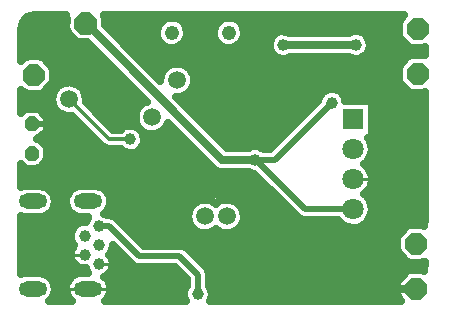
<source format=gbl>
G04 DipTrace 2.3.0.1*
%INBot_cop.gbr*%
%MOMM*%
%ADD10C,0.25*%
%ADD15C,0.7*%
%ADD16C,0.5*%
%ADD17C,0.3*%
%ADD18C,0.2*%
%ADD21C,0.635*%
%ADD24R,1.8X1.8*%
%ADD25C,1.8*%
%ADD26C,1.5*%
%ADD27C,1.0*%
%ADD28O,2.4X1.3*%
%ADD34C,1.219*%
%ADD35C,1.0*%
%FSLAX53Y53*%
G04*
G71*
G90*
G75*
G01*
%LNBottom*%
%LPD*%
X30759Y22826D2*
D15*
X27953D1*
X16376Y34403D1*
X30759Y22826D2*
D16*
X30821D1*
X32378D1*
X37224Y27672D1*
X39278Y32575D2*
D15*
X33129Y32559D1*
X39034Y18674D2*
D16*
X34974D1*
X30821Y22826D1*
X17499Y17227D2*
X18364D1*
X20913Y14677D1*
X24334D1*
X25886Y13125D1*
Y11458D1*
X44368Y11920D2*
D15*
X42832D1*
X41232Y13520D1*
Y18448D1*
X44688Y21904D1*
Y25680D1*
X40947Y29421D1*
X40023D1*
X38068Y31376D1*
X30673Y14272D2*
D16*
X30656D1*
X32592Y16208D1*
X27088Y21712D1*
X13527D1*
X14630Y22816D1*
Y26071D1*
X14475Y25916D1*
X11856D1*
X29329Y24284D2*
D18*
X29359D1*
D15*
Y27103D1*
X38068Y31376D2*
X36421D1*
X29329Y24284D1*
X20176Y24592D2*
D17*
X18384D1*
X14992Y27984D1*
D35*
X25886Y11458D3*
X44688Y25680D3*
X20176Y24592D3*
X37224Y27672D3*
X30759Y22826D3*
X29359Y27103D3*
X38068Y31376D3*
X29329Y24284D3*
X30673Y14272D3*
X33129Y32559D3*
X39278Y32575D3*
X11095Y34451D2*
D21*
X14699D1*
X18050D2*
X22656D1*
X24728D2*
X27488D1*
X29560D2*
X42847D1*
X10986Y33819D2*
X14728D1*
X18467D2*
X22368D1*
X25025D2*
X27190D1*
X29847D2*
X42837D1*
X10986Y33188D2*
X15244D1*
X19102D2*
X22428D1*
X24966D2*
X27250D1*
X29798D2*
X32072D1*
X40345D2*
X42946D1*
X10986Y32556D2*
X16713D1*
X19737D2*
X22914D1*
X24480D2*
X27736D1*
X29302D2*
X31893D1*
X40513D2*
X43552D1*
X10986Y31924D2*
X17348D1*
X20362D2*
X32082D1*
X40315D2*
X45020D1*
X13060Y31293D2*
X17973D1*
X20997D2*
X43343D1*
X13615Y30661D2*
X18608D1*
X21632D2*
X23152D1*
X25135D2*
X42857D1*
X13665Y30029D2*
X19243D1*
X22257D2*
X22726D1*
X25561D2*
X42837D1*
X13625Y29397D2*
X14768D1*
X15219D2*
X19868D1*
X25621D2*
X42936D1*
X13079Y28766D2*
X13736D1*
X16245D2*
X20503D1*
X25373D2*
X36735D1*
X37716D2*
X43532D1*
X10986Y28134D2*
X13518D1*
X16473D2*
X21138D1*
X24152D2*
X36080D1*
X38360D2*
X45020D1*
X10986Y27502D2*
X13587D1*
X16701D2*
X21009D1*
X24787D2*
X35683D1*
X40672D2*
X45020D1*
X12782Y26871D2*
X14044D1*
X17336D2*
X20612D1*
X25422D2*
X35058D1*
X40672D2*
X45020D1*
X13199Y26239D2*
X15512D1*
X17961D2*
X20563D1*
X26047D2*
X34423D1*
X40672D2*
X45020D1*
X13199Y25607D2*
X16137D1*
X18596D2*
X19531D1*
X23239D2*
X23658D1*
X26682D2*
X33788D1*
X40672D2*
X45020D1*
X12792Y24976D2*
X16772D1*
X21344D2*
X24293D1*
X27317D2*
X33163D1*
X40672D2*
X45020D1*
X12772Y24344D2*
X17407D1*
X21384D2*
X24928D1*
X27942D2*
X32528D1*
X40553D2*
X45020D1*
X13199Y23712D2*
X19332D1*
X21017D2*
X25553D1*
X40672D2*
X45020D1*
X13199Y23081D2*
X26188D1*
X40523D2*
X45020D1*
X12812Y22449D2*
X26823D1*
X40067D2*
X45020D1*
X10986Y21817D2*
X27716D1*
X40553D2*
X45020D1*
X10986Y21186D2*
X31090D1*
X40672D2*
X45020D1*
X13010Y20554D2*
X15492D1*
X17703D2*
X31725D1*
X40523D2*
X45020D1*
X13695Y19923D2*
X14808D1*
X18398D2*
X32360D1*
X40057D2*
X45020D1*
X13834Y19291D2*
X14659D1*
X18536D2*
X25732D1*
X29153D2*
X32985D1*
X40543D2*
X45020D1*
X13655Y18659D2*
X14848D1*
X18358D2*
X25156D1*
X29728D2*
X33620D1*
X40672D2*
X45020D1*
X12762Y18027D2*
X15741D1*
X18884D2*
X25027D1*
X29857D2*
X34255D1*
X40533D2*
X45020D1*
X10986Y17396D2*
X15572D1*
X19558D2*
X25196D1*
X29689D2*
X38055D1*
X40017D2*
X45020D1*
X10986Y16764D2*
X15115D1*
X20193D2*
X25871D1*
X27149D2*
X27726D1*
X29014D2*
X43085D1*
X10986Y16132D2*
X15096D1*
X20828D2*
X42708D1*
X10986Y15501D2*
X15274D1*
X24817D2*
X42708D1*
X10986Y14869D2*
X15066D1*
X18457D2*
X19352D1*
X25512D2*
X42907D1*
X10986Y14237D2*
X15225D1*
X18715D2*
X19987D1*
X26147D2*
X43561D1*
X10986Y13606D2*
X16346D1*
X18656D2*
X24035D1*
X26742D2*
X45020D1*
X13318Y12974D2*
X15175D1*
X18080D2*
X24670D1*
X26871D2*
X43105D1*
X13764Y12342D2*
X14728D1*
X18467D2*
X24898D1*
X26871D2*
X42708D1*
X13814Y11711D2*
X14679D1*
X18517D2*
X24680D1*
X27099D2*
X42708D1*
X13526Y11079D2*
X14967D1*
X18229D2*
X24710D1*
X27059D2*
X42887D1*
X17988Y34474D2*
X17998Y34228D1*
X22719Y29506D1*
X22751Y29874D1*
X22850Y30175D1*
X23013Y30447D1*
X23232Y30676D1*
X23496Y30851D1*
X23792Y30963D1*
X24106Y31006D1*
X24422Y30979D1*
X24724Y30883D1*
X24997Y30723D1*
X25228Y30506D1*
X25405Y30243D1*
X25520Y29948D1*
X25567Y29584D1*
X25532Y29269D1*
X25428Y28970D1*
X25260Y28701D1*
X25037Y28476D1*
X24769Y28306D1*
X24471Y28199D1*
X24157Y28161D1*
X24048Y28172D1*
X28374Y23851D1*
X30185Y23849D1*
X30323Y23915D1*
X30630Y23992D1*
X30946Y23984D1*
X31249Y23892D1*
X31475Y23749D1*
X32000D1*
X36054Y27808D1*
X36134Y28105D1*
X36289Y28381D1*
X36512Y28605D1*
X36788Y28761D1*
X37095Y28838D1*
X37411Y28830D1*
X37714Y28738D1*
X37981Y28568D1*
X38193Y28333D1*
X38334Y28050D1*
X38370Y27866D1*
X40607Y27867D1*
Y24721D1*
X40280D1*
X40465Y24409D1*
X40567Y24109D1*
X40607Y23754D1*
X40575Y23438D1*
X40481Y23136D1*
X40328Y22858D1*
X40122Y22617D1*
X39958Y22489D1*
X40225Y22241D1*
X40407Y21982D1*
X40533Y21691D1*
X40598Y21381D1*
X40602Y21087D1*
X40545Y20775D1*
X40426Y20481D1*
X40251Y20217D1*
X40027Y19993D1*
X39962Y19944D1*
X40092Y19838D1*
X40304Y19602D1*
X40465Y19329D1*
X40567Y19029D1*
X40607Y18674D1*
X40575Y18358D1*
X40481Y18056D1*
X40328Y17779D1*
X40122Y17537D1*
X39872Y17342D1*
X39588Y17202D1*
X39282Y17120D1*
X38965Y17102D1*
X38652Y17148D1*
X38353Y17256D1*
X38083Y17421D1*
X37851Y17637D1*
X37765Y17759D1*
X34974Y17751D1*
X34662Y17805D1*
X34351Y17992D1*
X30680Y21662D1*
X30386Y21714D1*
X30200Y21806D1*
X27953Y21803D1*
X27640Y21852D1*
X27351Y22001D1*
X27005Y22327D1*
X23364Y25969D1*
X23316Y25834D1*
X23148Y25565D1*
X22925Y25340D1*
X22657Y25170D1*
X22359Y25063D1*
X22045Y25025D1*
X21729Y25058D1*
X21429Y25159D1*
X21159Y25324D1*
X20932Y25545D1*
X20760Y25811D1*
X20650Y26109D1*
X20609Y26423D1*
X20639Y26738D1*
X20738Y27039D1*
X20901Y27311D1*
X21120Y27540D1*
X21384Y27715D1*
X21560Y27781D1*
X18474Y30859D1*
X16544Y32788D1*
X15987Y32791D1*
X15680Y32865D1*
X15512Y32988D1*
X14962Y33538D1*
X14797Y33808D1*
X14765Y34014D1*
X14767Y34803D1*
X14751Y35082D1*
X12055D1*
X11718Y35037D1*
X11462Y34931D1*
X11240Y34760D1*
X11069Y34537D1*
X10962Y34278D1*
X10918Y33940D1*
Y31232D1*
X11128Y31433D1*
X11398Y31598D1*
X11603Y31630D1*
X12381D1*
X12689Y31556D1*
X12857Y31433D1*
X13407Y30883D1*
X13572Y30613D1*
X13604Y30407D1*
Y29630D1*
X13529Y29322D1*
X13407Y29154D1*
X12857Y28604D1*
X12587Y28439D1*
X12381Y28407D1*
X11603D1*
X11296Y28481D1*
X11128Y28604D1*
X10924Y28807D1*
X10918Y26787D1*
X11174Y27047D1*
X11336Y27146D1*
X11519Y27196D1*
X12173Y27198D1*
X12357Y27154D1*
X12522Y27059D1*
X12987Y26598D1*
X13086Y26436D1*
X13136Y26253D1*
X13138Y25599D1*
X13094Y25414D1*
X12999Y25250D1*
X12538Y24785D1*
X12376Y24686D1*
X12248Y24646D1*
X12417Y24586D1*
X12585Y24464D1*
X12944Y24105D1*
X13109Y23835D1*
X13141Y23630D1*
Y23122D1*
X13066Y22815D1*
X12944Y22647D1*
X12585Y22288D1*
X12315Y22123D1*
X12110Y22091D1*
X11602D1*
X11295Y22166D1*
X11127Y22288D1*
X10923Y22492D1*
X10918Y20576D1*
X11148Y20635D1*
X11349Y20650D1*
X12565Y20645D1*
X12875Y20580D1*
X13160Y20443D1*
X13405Y20242D1*
X13595Y19988D1*
X13719Y19697D1*
X13772Y19327D1*
X13734Y19013D1*
X13622Y18716D1*
X13443Y18455D1*
X13207Y18243D1*
X12928Y18094D1*
X12621Y18016D1*
X12449Y18004D1*
X11205Y18012D1*
X10925Y18077D1*
X10918Y14593D1*
Y13174D1*
X11148Y13235D1*
X11349Y13250D1*
X12565Y13245D1*
X12875Y13180D1*
X13160Y13043D1*
X13405Y12842D1*
X13595Y12588D1*
X13719Y12297D1*
X13772Y11927D1*
X13734Y11613D1*
X13622Y11316D1*
X13443Y11055D1*
X13309Y10918D1*
X15204D1*
X15073Y11034D1*
X14889Y11291D1*
X14771Y11585D1*
X14726Y11899D1*
X14757Y12214D1*
X14862Y12513D1*
X15036Y12778D1*
X15267Y12994D1*
X15543Y13150D1*
X15848Y13235D1*
X16176Y13250D1*
X16622D1*
X16463Y13476D1*
X16386Y13657D1*
X16110Y13670D1*
X15866Y13737D1*
X15642Y13856D1*
X15448Y14020D1*
X15295Y14221D1*
X15188Y14451D1*
X15133Y14699D1*
Y14952D1*
X15187Y15200D1*
X15293Y15430D1*
X15442Y15628D1*
X15235Y15933D1*
X15142Y16236D1*
X15133Y16552D1*
X15208Y16859D1*
X15364Y17135D1*
X15587Y17359D1*
X15862Y17516D1*
X16169Y17593D1*
X16377Y17588D1*
X16564Y17935D1*
X16627Y17998D1*
X16049Y18014D1*
X15905Y18012D1*
X15596Y18084D1*
X15314Y18227D1*
X15073Y18434D1*
X14889Y18691D1*
X14771Y18985D1*
X14726Y19299D1*
X14757Y19614D1*
X14862Y19913D1*
X15036Y20178D1*
X15267Y20394D1*
X15543Y20550D1*
X15848Y20635D1*
X16049Y20650D1*
X17265Y20645D1*
X17575Y20580D1*
X17860Y20443D1*
X18105Y20242D1*
X18295Y19988D1*
X18419Y19697D1*
X18472Y19327D1*
X18434Y19013D1*
X18322Y18716D1*
X18143Y18455D1*
X17974Y18303D1*
X18214Y18150D1*
X18364D1*
X18675Y18096D1*
X18986Y17909D1*
X21296Y15600D1*
X24334D1*
X24645Y15546D1*
X24956Y15359D1*
X26539Y13778D1*
X26721Y13519D1*
X26808Y13167D1*
X26809Y12183D1*
X26997Y11836D1*
X27059Y11458D1*
X27016Y11144D1*
X26919Y10917D1*
X43105Y10924D1*
X42887Y11159D1*
X42804Y11330D1*
X42771Y11537D1*
X42783Y12429D1*
X42845Y12609D1*
X42968Y12779D1*
X43607Y13400D1*
X43778Y13484D1*
X43985Y13517D1*
X44877Y13505D1*
X45067Y13437D1*
X45082Y14212D1*
X44956Y14165D1*
X44751Y14133D1*
X43985D1*
X43678Y14208D1*
X43510Y14330D1*
X42968Y14871D1*
X42803Y15142D1*
X42771Y15347D1*
Y16113D1*
X42846Y16420D1*
X42968Y16588D1*
X43510Y17130D1*
X43780Y17295D1*
X43985Y17327D1*
X44751D1*
X45064Y17248D1*
X45082Y17754D1*
X45083Y28559D1*
X44879Y28529D1*
X44113D1*
X43806Y28604D1*
X43637Y28726D1*
X43096Y29267D1*
X42931Y29538D1*
X42899Y29743D1*
Y30509D1*
X42974Y30816D1*
X43096Y30984D1*
X43637Y31526D1*
X43908Y31691D1*
X44113Y31723D1*
X45083Y31724D1*
Y32369D1*
X44879Y32339D1*
X44113D1*
X43806Y32414D1*
X43637Y32536D1*
X43096Y33077D1*
X42931Y33348D1*
X42899Y33553D1*
Y34319D1*
X42974Y34626D1*
X43096Y34794D1*
X43384Y35082D1*
X17916D1*
X17956Y34997D1*
X17988Y34791D1*
Y34474D1*
X27440Y16991D2*
X27137Y16786D1*
X26839Y16679D1*
X26525Y16641D1*
X26209Y16674D1*
X25909Y16775D1*
X25639Y16940D1*
X25412Y17161D1*
X25240Y17427D1*
X25130Y17725D1*
X25089Y18039D1*
X25119Y18354D1*
X25218Y18655D1*
X25381Y18927D1*
X25600Y19156D1*
X25864Y19331D1*
X26160Y19443D1*
X26474Y19486D1*
X26790Y19459D1*
X27092Y19363D1*
X27430Y19142D1*
X27720Y19331D1*
X28016Y19443D1*
X28330Y19486D1*
X28646Y19459D1*
X28948Y19363D1*
X29221Y19203D1*
X29452Y18986D1*
X29629Y18723D1*
X29744Y18428D1*
X29791Y18064D1*
X29756Y17749D1*
X29652Y17450D1*
X29484Y17181D1*
X29261Y16956D1*
X28993Y16786D1*
X28695Y16679D1*
X28381Y16641D1*
X28065Y16674D1*
X27765Y16775D1*
X27445Y16989D1*
X15231Y26588D2*
X15005Y26561D1*
X14689Y26594D1*
X14389Y26695D1*
X14119Y26860D1*
X13892Y27081D1*
X13720Y27347D1*
X13610Y27645D1*
X13569Y27959D1*
X13599Y28274D1*
X13698Y28575D1*
X13861Y28847D1*
X14080Y29076D1*
X14344Y29251D1*
X14640Y29363D1*
X14954Y29406D1*
X15270Y29380D1*
X15572Y29283D1*
X15845Y29123D1*
X16076Y28906D1*
X16253Y28643D1*
X16368Y28348D1*
X16415Y27984D1*
X16390Y27758D1*
X18724Y25416D1*
X19346Y25415D1*
X19464Y25524D1*
X19740Y25681D1*
X20047Y25758D1*
X20363Y25750D1*
X20666Y25658D1*
X20933Y25488D1*
X21145Y25253D1*
X21286Y24970D1*
X21349Y24592D1*
X21306Y24278D1*
X21181Y23988D1*
X20983Y23741D1*
X20726Y23556D1*
X20429Y23447D1*
X20113Y23421D1*
X19803Y23480D1*
X19519Y23621D1*
X19349Y23772D1*
X18384Y23769D1*
X18074Y23830D1*
X17802Y24010D1*
X15227Y26585D1*
X18670Y13964D2*
X18629Y13714D1*
X18535Y13478D1*
X18393Y13268D1*
X18209Y13094D1*
X17979Y12957D1*
X18188Y12746D1*
X18353Y12475D1*
X18449Y12173D1*
X18470Y11864D1*
X18417Y11551D1*
X18291Y11261D1*
X18100Y11008D1*
X18003Y10917D1*
X24848Y10918D1*
X24729Y11267D1*
X24720Y11583D1*
X24796Y11890D1*
X24958Y12173D1*
X24963Y12738D1*
X23950Y13756D1*
X20913Y13755D1*
X20602Y13809D1*
X20291Y13996D1*
X18668Y15617D1*
X18629Y15314D1*
X18504Y15023D1*
X18349Y14830D1*
X18502Y14635D1*
X18609Y14405D1*
X18664Y14157D1*
X18670Y13964D1*
X33703Y31541D2*
X33382Y31414D1*
X33067Y31388D1*
X32756Y31448D1*
X32472Y31588D1*
X32236Y31799D1*
X32065Y32066D1*
X31972Y32368D1*
X31963Y32684D1*
X32039Y32992D1*
X32194Y33267D1*
X32417Y33492D1*
X32693Y33648D1*
X33000Y33725D1*
X33316Y33717D1*
X33677Y33588D1*
X38693Y33596D1*
X38841Y33664D1*
X39148Y33741D1*
X39465Y33733D1*
X39767Y33641D1*
X40035Y33471D1*
X40247Y33236D1*
X40388Y32953D1*
X40451Y32575D1*
X40408Y32261D1*
X40283Y31971D1*
X40085Y31724D1*
X39828Y31539D1*
X39531Y31430D1*
X39215Y31404D1*
X38904Y31463D1*
X38718Y31555D1*
X33714Y31538D1*
X24939Y33302D2*
X24824Y33007D1*
X24641Y32749D1*
X24399Y32544D1*
X24115Y32404D1*
X23805Y32338D1*
X23489Y32350D1*
X23185Y32440D1*
X22912Y32601D1*
X22688Y32824D1*
X22524Y33095D1*
X22432Y33398D1*
X22417Y33714D1*
X22480Y34025D1*
X22618Y34310D1*
X22820Y34553D1*
X23077Y34739D1*
X23371Y34857D1*
X23685Y34898D1*
X23999Y34862D1*
X24296Y34750D1*
X24555Y34568D1*
X24762Y34329D1*
X24904Y34046D1*
X24978Y33616D1*
X24939Y33302D1*
X29765D2*
X29650Y33007D1*
X29467Y32749D1*
X29225Y32544D1*
X28941Y32404D1*
X28631Y32338D1*
X28315Y32350D1*
X28011Y32440D1*
X27738Y32601D1*
X27514Y32824D1*
X27350Y33095D1*
X27258Y33398D1*
X27243Y33714D1*
X27306Y34025D1*
X27444Y34310D1*
X27646Y34553D1*
X27903Y34739D1*
X28197Y34857D1*
X28511Y34898D1*
X28825Y34862D1*
X29122Y34750D1*
X29381Y34568D1*
X29588Y34329D1*
X29730Y34046D1*
X29804Y33616D1*
X29765Y33302D1*
X42772Y11920D2*
D10*
X44368D1*
X39034Y21214D2*
X40606D1*
X17499Y14027D2*
X18670D1*
X15127Y14827D2*
X16299D1*
X14727Y11927D2*
X18470D1*
X11856Y25916D2*
X13140D1*
G36*
X15438Y34791D2*
X15987Y35341D1*
X16765D1*
X17315Y34791D1*
Y34014D1*
X16765Y33464D1*
X15987D1*
X15438Y34014D1*
Y34791D1*
G37*
G36*
X11053Y30407D2*
X11603Y30957D1*
X12381D1*
X12931Y30407D1*
Y29630D1*
X12381Y29080D1*
X11603D1*
X11053Y29630D1*
Y30407D1*
G37*
G36*
X45292Y12303D2*
Y11537D1*
X44751Y10996D1*
X43985D1*
X43444Y11537D1*
Y12303D1*
X43985Y12844D1*
X44751D1*
X45292Y12303D1*
G37*
G36*
Y16113D2*
Y15347D1*
X44751Y14806D1*
X43985D1*
X43444Y15347D1*
Y16113D1*
X43985Y16654D1*
X44751D1*
X45292Y16113D1*
G37*
D24*
X39034Y26294D3*
D25*
Y23754D3*
Y21214D3*
Y18674D3*
G36*
X43572Y33553D2*
Y34319D1*
X44113Y34860D1*
X44879D1*
X45420Y34319D1*
Y33553D1*
X44879Y33012D1*
X44113D1*
X43572Y33553D1*
G37*
G36*
Y29743D2*
Y30509D1*
X44113Y31050D1*
X44879D1*
X45420Y30509D1*
Y29743D1*
X44879Y29202D1*
X44113D1*
X43572Y29743D1*
G37*
D26*
X24144Y29584D3*
X22032Y26448D3*
X26512Y18064D3*
X28368D3*
X14992Y27984D3*
D27*
X17499Y14027D3*
X16299Y14827D3*
X17499Y15627D3*
X16299Y16427D3*
X17499Y17227D3*
D28*
X16599Y11927D3*
Y19327D3*
X11899Y11927D3*
Y19327D3*
G36*
X12110Y23988D2*
X12468Y23630D1*
Y23122D1*
X12110Y22764D1*
X11602D1*
X11244Y23122D1*
Y23630D1*
X11602Y23988D1*
X12110D1*
G37*
G36*
Y26528D2*
X12468Y26169D1*
Y25662D1*
X12110Y25304D1*
X11602D1*
X11244Y25662D1*
Y26169D1*
X11602Y26528D1*
X12110D1*
G37*
D34*
X23696Y33616D3*
X28522D3*
M02*

</source>
